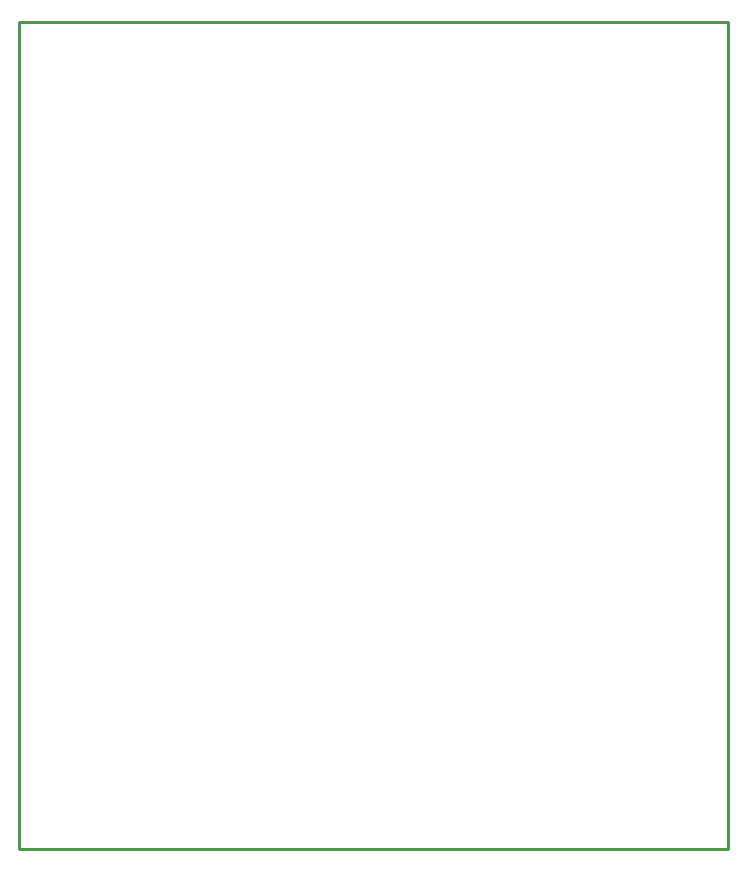
<source format=gko>
%FSLAX42Y42*%
%MOMM*%
G71*
G01*
G75*
G04 Layer_Color=16711935*
%ADD10R,1.00X1.10*%
%ADD11R,1.50X1.30*%
%ADD12R,0.60X2.00*%
%ADD13R,2.00X0.60*%
%ADD14R,1.30X1.55*%
%ADD15C,0.89*%
%ADD16C,0.51*%
%ADD17C,1.52*%
%ADD18C,1.80*%
%ADD19R,1.80X1.80*%
%ADD20C,2.00*%
%ADD21R,2.00X2.00*%
%ADD22C,1.20*%
%ADD23C,0.25*%
D23*
X0Y0D02*
Y7000D01*
X6000D01*
X0Y0D02*
X6000D01*
Y7000D01*
M02*

</source>
